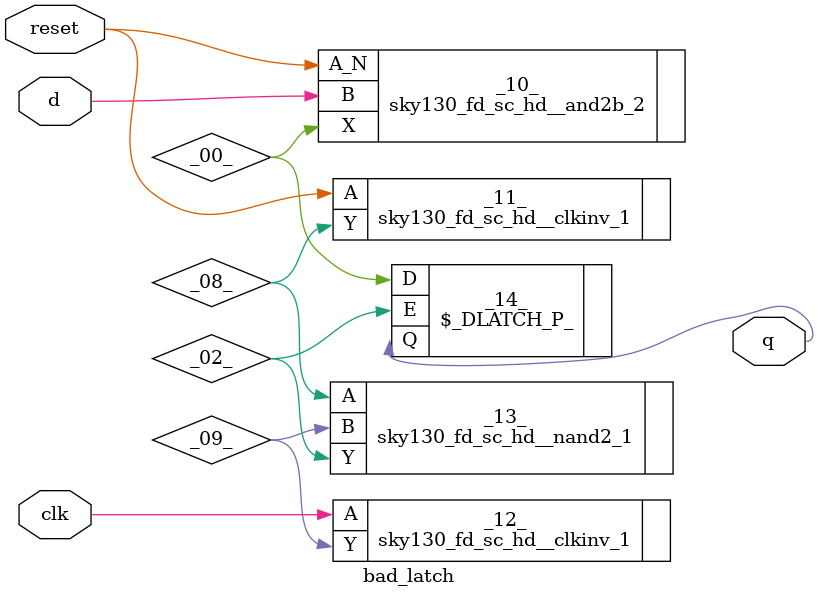
<source format=v>
/* Generated by Yosys 0.7 (git sha1 61f6811, gcc 6.2.0-11ubuntu1 -O2 -fdebug-prefix-map=/build/yosys-OIL3SR/yosys-0.7=. -fstack-protector-strong -fPIC -Os) */

module bad_latch(clk, reset, d, q);
  wire _00_;
  wire _01_;
  wire _02_;
  wire _03_;
  wire _04_;
  wire _05_;
  wire _06_;
  wire _07_;
  wire _08_;
  wire _09_;
  input clk;
  input d;
  output q;
  input reset;
  sky130_fd_sc_hd__and2b_2 _10_ (
    .A_N(_03_),
    .B(_04_),
    .X(_05_)
  );
  sky130_fd_sc_hd__clkinv_1 _11_ (
    .A(_03_),
    .Y(_08_)
  );
  sky130_fd_sc_hd__clkinv_1 _12_ (
    .A(_06_),
    .Y(_09_)
  );
  sky130_fd_sc_hd__nand2_1 _13_ (
    .A(_08_),
    .B(_09_),
    .Y(_07_)
  );
  \$_DLATCH_P_  _14_ (
    .D(_00_),
    .E(_02_),
    .Q(q)
  );
  assign _03_ = reset;
  assign _04_ = d;
  assign _00_ = _05_;
  assign _06_ = clk;
  assign _02_ = _07_;
endmodule

</source>
